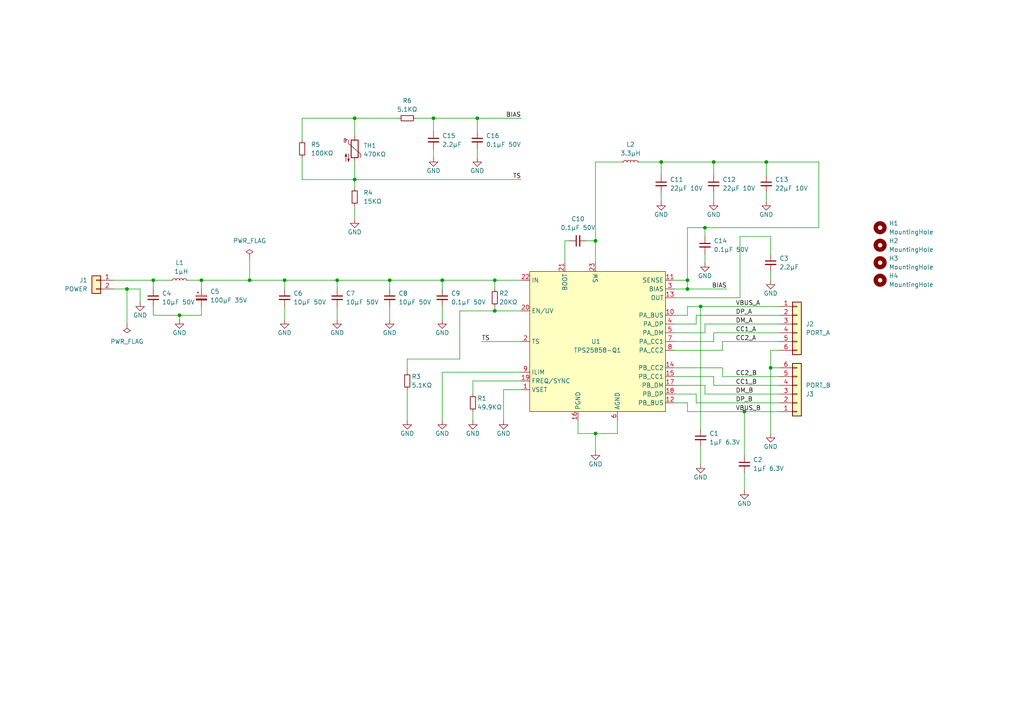
<source format=kicad_sch>
(kicad_sch (version 20230121) (generator eeschema)
  (paper "A4")
  (title_block (title "\"Simpler\" Charger") (date "2023-11-07") (rev "1") (company "Benno Rice"))
  (lib_symbols
    (symbol "Connector_Generic:Conn_01x02" (pin_names (offset 1.016) hide)
      (property "Reference" "J" (at 0 2.54 0))
      (property "Value" "Conn_01x02" (at 0 -5.08 0))
      (symbol "Conn_01x02_1_1"
        (rectangle (start -1.27 -2.413) (end 0 -2.667) (stroke (width 0.1524)))
        (rectangle (start -1.27 0.127) (end 0 -0.127) (stroke (width 0.1524)))
        (rectangle (start -1.27 1.27) (end 1.27 -3.81) (stroke (width 0.254)) (fill (type background)))
        (pin passive line (at -5.08 0 0) (length 3.81) (name "Pin_1") (number "1"))
        (pin passive line (at -5.08 -2.54 0) (length 3.81) (name "Pin_2") (number "2"))
      )
    )
    (symbol "Connector_Generic:Conn_01x06" (pin_names (offset 1.016) hide)
      (property "Reference" "J" (at 0 7.62 0))
      (property "Value" "Conn_01x06" (at 0 -10.16 0))
      (symbol "Conn_01x06_1_1"
        (rectangle (start -1.27 -7.493) (end 0 -7.747) (stroke (width 0.1524)))
        (rectangle (start -1.27 -4.953) (end 0 -5.207) (stroke (width 0.1524)))
        (rectangle (start -1.27 -2.413) (end 0 -2.667) (stroke (width 0.1524)))
        (rectangle (start -1.27 0.127) (end 0 -0.127) (stroke (width 0.1524)))
        (rectangle (start -1.27 2.667) (end 0 2.413) (stroke (width 0.1524)))
        (rectangle (start -1.27 5.207) (end 0 4.953) (stroke (width 0.1524)))
        (rectangle (start -1.27 6.35) (end 1.27 -8.89) (stroke (width 0.254)) (fill (type background)))
        (pin passive line (at -5.08 5.08 0) (length 3.81) (name "Pin_1") (number "1"))
        (pin passive line (at -5.08 2.54 0) (length 3.81) (name "Pin_2") (number "2"))
        (pin passive line (at -5.08 0 0) (length 3.81) (name "Pin_3") (number "3"))
        (pin passive line (at -5.08 -2.54 0) (length 3.81) (name "Pin_4") (number "4"))
        (pin passive line (at -5.08 -5.08 0) (length 3.81) (name "Pin_5") (number "5"))
        (pin passive line (at -5.08 -7.62 0) (length 3.81) (name "Pin_6") (number "6"))
      )
    )
    (symbol "Device:C_Polarized_Small" (pin_numbers hide) (pin_names (offset 0.254) hide)
      (property "Reference" "C" (at 0.254 1.778 0))
      (property "Value" "C_Polarized_Small" (at 0.254 -2.032 0))
      (symbol "C_Polarized_Small_0_1"
        (rectangle (start -1.524 -0.3048) (end 1.524 -0.6858) (fill (type outline)))
        (rectangle (start -1.524 0.6858) (end 1.524 0.3048))
        (polyline (pts (xy -1.27 1.524) (xy -0.762 1.524)))
        (polyline (pts (xy -1.016 1.27) (xy -1.016 1.778)))
      )
      (symbol "C_Polarized_Small_1_1"
        (pin passive line (at 0 2.54 270) (length 1.8542) (name "~") (number "1"))
        (pin passive line (at 0 -2.54 90) (length 1.8542) (name "~") (number "2"))
      )
    )
    (symbol "Device:C_Small" (pin_numbers hide) (pin_names (offset 0.254) hide)
      (property "Reference" "C" (at 0.254 1.778 0))
      (property "Value" "C_Small" (at 0.254 -2.032 0))
      (symbol "C_Small_0_1"
        (polyline (pts (xy -1.524 -0.508) (xy 1.524 -0.508)) (stroke (width 0.3302)))
        (polyline (pts (xy -1.524 0.508) (xy 1.524 0.508)) (stroke (width 0.3048)))
      )
      (symbol "C_Small_1_1"
        (pin passive line (at 0 2.54 270) (length 2.032) (name "~") (number "1"))
        (pin passive line (at 0 -2.54 90) (length 2.032) (name "~") (number "2"))
      )
    )
    (symbol "Device:L_Small" (pin_numbers hide) (pin_names (offset 0.254) hide)
      (property "Reference" "L" (at 0.762 1.016 0))
      (property "Value" "L_Small" (at 0.762 -1.016 0))
      (symbol "L_Small_0_1"
        (arc (start 0 -2.032) (mid 0.5058 -1.524) (end 0 -1.016))
        (arc (start 0 -1.016) (mid 0.5058 -0.508) (end 0 0))
        (arc (start 0 0) (mid 0.5058 0.508) (end 0 1.016))
        (arc (start 0 1.016) (mid 0.5058 1.524) (end 0 2.032))
      )
      (symbol "L_Small_1_1"
        (pin passive line (at 0 2.54 270) (length 0.508) (name "~") (number "1"))
        (pin passive line (at 0 -2.54 90) (length 0.508) (name "~") (number "2"))
      )
    )
    (symbol "Device:R_Small" (pin_numbers hide) (pin_names (offset 0.254) hide)
      (property "Reference" "R" (at 0.762 0.508 0))
      (property "Value" "R_Small" (at 0.762 -1.016 0))
      (symbol "R_Small_0_1"
        (rectangle (start -0.762 1.778) (end 0.762 -1.778) (stroke (width 0.2032)))
      )
      (symbol "R_Small_1_1"
        (pin passive line (at 0 2.54 270) (length 0.762) (name "~") (number "1"))
        (pin passive line (at 0 -2.54 90) (length 0.762) (name "~") (number "2"))
      )
    )
    (symbol "Device:Thermistor_NTC" (pin_numbers hide) (pin_names (offset 0))
      (property "Reference" "TH" (at -4.445 0 90))
      (property "Value" "Thermistor_NTC" (at 3.175 0 90))
      (symbol "Thermistor_NTC_0_1"
        (arc (start -3.048 2.159) (mid -3.0495 2.3143) (end -3.175 2.413))
        (arc (start -3.048 2.159) (mid -2.9736 1.9794) (end -2.794 1.905))
        (arc (start -3.048 2.794) (mid -2.9736 2.6144) (end -2.794 2.54))
        (arc (start -2.794 1.905) (mid -2.6144 1.9794) (end -2.54 2.159))
        (arc (start -2.794 2.54) (mid -2.4393 2.5587) (end -2.159 2.794))
        (arc (start -2.794 3.048) (mid -2.9736 2.9736) (end -3.048 2.794))
        (arc (start -2.54 2.794) (mid -2.6144 2.9736) (end -2.794 3.048))
        (rectangle (start -1.016 2.54) (end 1.016 -2.54) (stroke (width 0.254)))
        (polyline (pts (xy -2.54 2.159) (xy -2.54 2.794)))
        (polyline (pts (xy -1.778 2.54) (xy -1.778 1.524) (xy 1.778 -1.524) (xy 1.778 -2.54)))
        (polyline (pts (xy -2.54 -3.683) (xy -2.54 -1.397) (xy -2.794 -2.159) (xy -2.286 -2.159) (xy -2.54 -1.397) (xy -2.54 -1.651)) (fill (type outline)))
        (polyline (pts (xy -1.778 -1.397) (xy -1.778 -3.683) (xy -2.032 -2.921) (xy -1.524 -2.921) (xy -1.778 -3.683) (xy -1.778 -3.429)) (fill (type outline)))
      )
      (symbol "Thermistor_NTC_1_1"
        (pin passive line (at 0 3.81 270) (length 1.27) (name "~") (number "1"))
        (pin passive line (at 0 -3.81 90) (length 1.27) (name "~") (number "2"))
      )
    )
    (symbol "Mechanical:MountingHole" (pin_names (offset 1.016))
      (property "Reference" "H" (at 0 5.08 0))
      (property "Value" "MountingHole" (at 0 3.175 0))
      (symbol "MountingHole_0_1"
        (circle (center 0 0) (radius 1.27) (stroke (width 1.27)))
      )
    )
    (symbol "Project:TPS25858-Q1"
      (property "Reference" "U" (at 15.24 -15.24 0))
      (property "Value" "TPS25858-Q1" (at 16.51 -17.78 0))
      (symbol "TPS25858-Q1_0_0"
        (text "" (at 16.51 -17.78 0) (effects (font (size 1.27 1.27))))
      )
      (symbol "TPS25858-Q1_1_1"
        (rectangle (start -2.54 2.54) (end 36.83 -38.1) (fill (type background)))
        (pin passive line (at -5.08 -31.75 0) (length 2.54) (name "VSET") (number "1"))
        (pin power_out line (at 39.37 -10.16 180) (length 2.54) (name "PA_BUS") (number "10"))
        (pin input line (at 39.37 0 180) (length 2.54) (name "SENSE") (number "11"))
        (pin power_out line (at 39.37 -35.56 180) (length 2.54) (name "PB_BUS") (number "12"))
        (pin input line (at 39.37 -5.08 180) (length 2.54) (name "OUT") (number "13"))
        (pin bidirectional line (at 39.37 -25.4 180) (length 2.54) (name "PB_CC2") (number "14"))
        (pin bidirectional line (at 39.37 -27.94 180) (length 2.54) (name "PB_CC1") (number "15"))
        (pin power_in line (at 11.43 -40.64 90) (length 2.54) (name "PGND") (number "16"))
        (pin bidirectional line (at 39.37 -30.48 180) (length 2.54) (name "PB_DM") (number "17"))
        (pin bidirectional line (at 39.37 -33.02 180) (length 2.54) (name "PB_DP") (number "18"))
        (pin input line (at -5.08 -29.21 0) (length 2.54) (name "FREQ/SYNC") (number "19"))
        (pin input line (at -5.08 -17.78 0) (length 2.54) (name "TS") (number "2"))
        (pin input line (at -5.08 -8.89 0) (length 2.54) (name "EN/UV") (number "20"))
        (pin input line (at 7.62 5.08 270) (length 2.54) (name "BOOT") (number "21"))
        (pin power_in line (at -5.08 0 0) (length 2.54) (name "IN") (number "22"))
        (pin input line (at 16.51 5.08 270) (length 2.54) (name "SW") (number "23"))
        (pin power_in line (at 11.43 -40.64 90) (length 2.54) hide (name "PGND") (number "24"))
        (pin power_in line (at 11.43 -40.64 90) (length 2.54) hide (name "PGND") (number "25"))
        (pin input line (at 39.37 -2.54 180) (length 2.54) (name "BIAS") (number "3"))
        (pin bidirectional line (at 39.37 -12.7 180) (length 2.54) (name "PA_DP") (number "4"))
        (pin bidirectional line (at 39.37 -15.24 180) (length 2.54) (name "PA_DM") (number "5"))
        (pin power_in line (at 22.86 -40.64 90) (length 2.54) (name "AGND") (number "6"))
        (pin bidirectional line (at 39.37 -17.78 180) (length 2.54) (name "PA_CC1") (number "7"))
        (pin bidirectional line (at 39.37 -20.32 180) (length 2.54) (name "PA_CC2") (number "8"))
        (pin input line (at -5.08 -26.67 0) (length 2.54) (name "ILIM") (number "9"))
      )
    )
    (symbol "power:GND" (power) (pin_names (offset 0))
      (property "Value" "GND" (at 0 -3.81 0))
      (symbol "GND_0_1"
        (polyline (pts (xy 0 0) (xy 0 -1.27) (xy 1.27 -1.27) (xy 0 -2.54) (xy -1.27 -1.27) (xy 0 -1.27)))
      )
      (symbol "GND_1_1"
        (pin power_in line (at 0 0 270) (length 0) hide (name "GND") (number "1"))
      )
    )
    (symbol "power:PWR_FLAG" (power) (pin_numbers hide) (pin_names (offset 0) hide)
      (property "Value" "PWR_FLAG" (at 0 3.81 0))
      (symbol "PWR_FLAG_0_0"
        (pin power_out line (at 0 0 90) (length 0) (name "pwr") (number "1"))
      )
      (symbol "PWR_FLAG_0_1"
        (polyline (pts (xy 0 0) (xy 0 1.27) (xy -1.016 1.905) (xy 0 2.54) (xy 1.016 1.905) (xy 0 1.27)))
      )
    )
  )
  (junction (at 172.72 125.73))
  (junction (at 138.43 34.29))
  (junction (at 203.2 88.9))
  (junction (at 143.51 90.17))
  (junction (at 191.77 46.99))
  (junction (at 36.83 83.82))
  (junction (at 97.79 81.28))
  (junction (at 204.47 66.04))
  (junction (at 58.42 81.28))
  (junction (at 113.03 81.28))
  (junction (at 102.87 34.29))
  (junction (at 172.72 69.85))
  (junction (at 199.39 83.82))
  (junction (at 72.39 81.28))
  (junction (at 207.01 46.99))
  (junction (at 223.52 106.68))
  (junction (at 125.73 34.29))
  (junction (at 44.45 81.28))
  (junction (at 215.9 119.38))
  (junction (at 52.07 91.44))
  (junction (at 222.25 46.99))
  (junction (at 128.27 81.28))
  (junction (at 143.51 81.28))
  (junction (at 199.39 81.28))
  (junction (at 82.55 81.28))
  (junction (at 102.87 52.07))
  (wire (pts (xy 143.51 81.28) (xy 143.51 83.82)))
  (wire (pts (xy 215.9 119.38) (xy 215.9 132.08)))
  (wire (pts (xy 113.03 81.28) (xy 113.03 83.82)))
  (wire (pts (xy 151.13 107.95) (xy 128.27 107.95)))
  (wire (pts (xy 133.35 104.14) (xy 118.11 104.14)))
  (wire (pts (xy 207.01 109.22) (xy 207.01 111.76)))
  (wire (pts (xy 223.52 101.6) (xy 223.52 106.68)))
  (wire (pts (xy 237.49 46.99) (xy 237.49 66.04)))
  (wire (pts (xy 195.58 116.84) (xy 199.39 116.84)))
  (wire (pts (xy 102.87 52.07) (xy 151.13 52.07)))
  (wire (pts (xy 207.01 55.88) (xy 207.01 58.42)))
  (wire (pts (xy 207.01 46.99) (xy 222.25 46.99)))
  (wire (pts (xy 204.47 114.3) (xy 226.06 114.3)))
  (wire (pts (xy 209.55 106.68) (xy 209.55 109.22)))
  (wire (pts (xy 163.83 69.85) (xy 165.1 69.85)))
  (wire (pts (xy 204.47 66.04) (xy 199.39 66.04)))
  (wire (pts (xy 179.07 121.92) (xy 179.07 125.73)))
  (wire (pts (xy 223.52 68.58) (xy 223.52 73.66)))
  (wire (pts (xy 203.2 88.9) (xy 203.2 124.46)))
  (wire (pts (xy 195.58 96.52) (xy 204.47 96.52)))
  (wire (pts (xy 172.72 46.99) (xy 172.72 69.85)))
  (wire (pts (xy 102.87 34.29) (xy 115.57 34.29)))
  (wire (pts (xy 195.58 99.06) (xy 207.01 99.06)))
  (wire (pts (xy 203.2 88.9) (xy 226.06 88.9)))
  (wire (pts (xy 143.51 90.17) (xy 133.35 90.17)))
  (wire (pts (xy 195.58 111.76) (xy 204.47 111.76)))
  (wire (pts (xy 170.18 69.85) (xy 172.72 69.85)))
  (wire (pts (xy 72.39 81.28) (xy 82.55 81.28)))
  (wire (pts (xy 204.47 96.52) (xy 204.47 93.98)))
  (wire (pts (xy 58.42 91.44) (xy 52.07 91.44)))
  (wire (pts (xy 151.13 113.03) (xy 146.05 113.03)))
  (wire (pts (xy 195.58 106.68) (xy 209.55 106.68)))
  (wire (pts (xy 58.42 88.9) (xy 58.42 91.44)))
  (wire (pts (xy 195.58 114.3) (xy 201.93 114.3)))
  (wire (pts (xy 167.64 121.92) (xy 167.64 125.73)))
  (wire (pts (xy 226.06 101.6) (xy 223.52 101.6)))
  (wire (pts (xy 204.47 111.76) (xy 204.47 114.3)))
  (wire (pts (xy 44.45 91.44) (xy 52.07 91.44)))
  (wire (pts (xy 209.55 109.22) (xy 226.06 109.22)))
  (wire (pts (xy 125.73 34.29) (xy 125.73 38.1)))
  (wire (pts (xy 118.11 113.03) (xy 118.11 121.92)))
  (wire (pts (xy 201.93 93.98) (xy 201.93 91.44)))
  (wire (pts (xy 33.02 83.82) (xy 36.83 83.82)))
  (wire (pts (xy 201.93 91.44) (xy 226.06 91.44)))
  (wire (pts (xy 44.45 88.9) (xy 44.45 91.44)))
  (wire (pts (xy 137.16 119.38) (xy 137.16 121.92)))
  (wire (pts (xy 222.25 46.99) (xy 222.25 50.8)))
  (wire (pts (xy 223.52 106.68) (xy 226.06 106.68)))
  (wire (pts (xy 191.77 46.99) (xy 207.01 46.99)))
  (wire (pts (xy 209.55 99.06) (xy 226.06 99.06)))
  (wire (pts (xy 44.45 81.28) (xy 44.45 83.82)))
  (wire (pts (xy 203.2 129.54) (xy 203.2 134.62)))
  (wire (pts (xy 215.9 137.16) (xy 215.9 142.24)))
  (wire (pts (xy 58.42 81.28) (xy 54.61 81.28)))
  (wire (pts (xy 195.58 109.22) (xy 207.01 109.22)))
  (wire (pts (xy 87.63 52.07) (xy 102.87 52.07)))
  (wire (pts (xy 215.9 119.38) (xy 226.06 119.38)))
  (wire (pts (xy 97.79 81.28) (xy 113.03 81.28)))
  (wire (pts (xy 143.51 88.9) (xy 143.51 90.17)))
  (wire (pts (xy 128.27 81.28) (xy 143.51 81.28)))
  (wire (pts (xy 199.39 116.84) (xy 199.39 119.38)))
  (wire (pts (xy 87.63 40.64) (xy 87.63 34.29)))
  (wire (pts (xy 102.87 46.99) (xy 102.87 52.07)))
  (wire (pts (xy 201.93 114.3) (xy 201.93 116.84)))
  (wire (pts (xy 125.73 34.29) (xy 138.43 34.29)))
  (wire (pts (xy 195.58 101.6) (xy 209.55 101.6)))
  (wire (pts (xy 138.43 34.29) (xy 151.13 34.29)))
  (wire (pts (xy 36.83 83.82) (xy 40.64 83.82)))
  (wire (pts (xy 195.58 86.36) (xy 214.63 86.36)))
  (wire (pts (xy 82.55 81.28) (xy 97.79 81.28)))
  (wire (pts (xy 204.47 73.66) (xy 204.47 76.2)))
  (wire (pts (xy 44.45 81.28) (xy 49.53 81.28)))
  (wire (pts (xy 207.01 46.99) (xy 207.01 50.8)))
  (wire (pts (xy 113.03 88.9) (xy 113.03 92.71)))
  (wire (pts (xy 195.58 83.82) (xy 199.39 83.82)))
  (wire (pts (xy 40.64 83.82) (xy 40.64 87.63)))
  (wire (pts (xy 58.42 81.28) (xy 72.39 81.28)))
  (wire (pts (xy 120.65 34.29) (xy 125.73 34.29)))
  (wire (pts (xy 36.83 83.82) (xy 36.83 93.98)))
  (wire (pts (xy 222.25 55.88) (xy 222.25 58.42)))
  (wire (pts (xy 102.87 59.69) (xy 102.87 63.5)))
  (wire (pts (xy 138.43 34.29) (xy 138.43 38.1)))
  (wire (pts (xy 199.39 83.82) (xy 210.82 83.82)))
  (wire (pts (xy 214.63 86.36) (xy 214.63 68.58)))
  (wire (pts (xy 128.27 88.9) (xy 128.27 92.71)))
  (wire (pts (xy 214.63 68.58) (xy 223.52 68.58)))
  (wire (pts (xy 102.87 34.29) (xy 102.87 39.37)))
  (wire (pts (xy 237.49 66.04) (xy 204.47 66.04)))
  (wire (pts (xy 118.11 104.14) (xy 118.11 107.95)))
  (wire (pts (xy 199.39 91.44) (xy 199.39 88.9)))
  (wire (pts (xy 199.39 81.28) (xy 195.58 81.28)))
  (wire (pts (xy 204.47 93.98) (xy 226.06 93.98)))
  (wire (pts (xy 207.01 96.52) (xy 226.06 96.52)))
  (wire (pts (xy 223.52 78.74) (xy 223.52 81.28)))
  (wire (pts (xy 195.58 91.44) (xy 199.39 91.44)))
  (wire (pts (xy 146.05 113.03) (xy 146.05 121.92)))
  (wire (pts (xy 223.52 106.68) (xy 223.52 125.73)))
  (wire (pts (xy 209.55 101.6) (xy 209.55 99.06)))
  (wire (pts (xy 191.77 55.88) (xy 191.77 58.42)))
  (wire (pts (xy 179.07 125.73) (xy 172.72 125.73)))
  (wire (pts (xy 199.39 88.9) (xy 203.2 88.9)))
  (wire (pts (xy 137.16 110.49) (xy 137.16 114.3)))
  (wire (pts (xy 180.34 46.99) (xy 172.72 46.99)))
  (wire (pts (xy 72.39 74.93) (xy 72.39 81.28)))
  (wire (pts (xy 113.03 81.28) (xy 128.27 81.28)))
  (wire (pts (xy 201.93 116.84) (xy 226.06 116.84)))
  (wire (pts (xy 191.77 46.99) (xy 191.77 50.8)))
  (wire (pts (xy 33.02 81.28) (xy 44.45 81.28)))
  (wire (pts (xy 52.07 91.44) (xy 52.07 92.71)))
  (wire (pts (xy 87.63 34.29) (xy 102.87 34.29)))
  (wire (pts (xy 222.25 46.99) (xy 237.49 46.99)))
  (wire (pts (xy 163.83 76.2) (xy 163.83 69.85)))
  (wire (pts (xy 151.13 110.49) (xy 137.16 110.49)))
  (wire (pts (xy 207.01 99.06) (xy 207.01 96.52)))
  (wire (pts (xy 82.55 81.28) (xy 82.55 83.82)))
  (wire (pts (xy 138.43 43.18) (xy 138.43 45.72)))
  (wire (pts (xy 207.01 111.76) (xy 226.06 111.76)))
  (wire (pts (xy 185.42 46.99) (xy 191.77 46.99)))
  (wire (pts (xy 172.72 69.85) (xy 172.72 76.2)))
  (wire (pts (xy 151.13 90.17) (xy 143.51 90.17)))
  (wire (pts (xy 82.55 88.9) (xy 82.55 92.71)))
  (wire (pts (xy 172.72 125.73) (xy 172.72 130.81)))
  (wire (pts (xy 139.7 99.06) (xy 151.13 99.06)))
  (wire (pts (xy 195.58 93.98) (xy 201.93 93.98)))
  (wire (pts (xy 204.47 66.04) (xy 204.47 68.58)))
  (wire (pts (xy 143.51 81.28) (xy 151.13 81.28)))
  (wire (pts (xy 128.27 81.28) (xy 128.27 83.82)))
  (wire (pts (xy 102.87 52.07) (xy 102.87 54.61)))
  (wire (pts (xy 97.79 88.9) (xy 97.79 92.71)))
  (wire (pts (xy 133.35 90.17) (xy 133.35 104.14)))
  (wire (pts (xy 199.39 81.28) (xy 199.39 83.82)))
  (wire (pts (xy 199.39 119.38) (xy 215.9 119.38)))
  (wire (pts (xy 128.27 107.95) (xy 128.27 121.92)))
  (wire (pts (xy 97.79 81.28) (xy 97.79 83.82)))
  (wire (pts (xy 58.42 83.82) (xy 58.42 81.28)))
  (wire (pts (xy 199.39 66.04) (xy 199.39 81.28)))
  (wire (pts (xy 167.64 125.73) (xy 172.72 125.73)))
  (wire (pts (xy 87.63 45.72) (xy 87.63 52.07)))
  (wire (pts (xy 125.73 43.18) (xy 125.73 45.72)))
  (label "CC2_B" (at 213.36 109.22 0))
  (label "TS" (at 151.13 52.07 180))
  (label "BIAS" (at 151.13 34.29 180))
  (label "CC1_A" (at 213.36 96.52 0))
  (label "TS" (at 139.7 99.06 0))
  (label "VBUS_B" (at 213.36 119.38 0))
  (label "DM_B" (at 213.36 114.3 0))
  (label "VBUS_A" (at 213.36 88.9 0))
  (label "DM_A" (at 213.36 93.98 0))
  (label "CC2_A" (at 213.36 99.06 0))
  (label "DP_B" (at 213.36 116.84 0))
  (label "BIAS" (at 210.82 83.82 180))
  (label "DP_A" (at 213.36 91.44 0))
  (label "CC1_B" (at 213.36 111.76 0))
  (symbol (lib_id "Device:C_Small") (at 167.64 69.85 90) (unit 1)
    (property "Reference" "C10" (at 167.6463 63.5 90))
    (property "Value" "0.1µF 50V" (at 167.6463 66.04 90))
    (property "Footprint" "Capacitor_SMD:C_0603_1608Metric" (effects hide))
    (property "Description" "CAP CER 0.1UF 50V X7R 0603" (effects hide))
    (property "Manufacturer" "Samsung Electro-Mechanics" (effects hide))
    (property "Manufacturer Part No" "CL10B104KB8NFNC" (effects hide))
    (property "Package" "0603" (effects hide))
    (property "Type" "SMD" (effects hide))
  )
  (symbol (lib_id "Device:C_Small") (at 82.55 86.36 0) (unit 1)
    (property "Reference" "C6" (at 85.09 85.0963 0) (effects (justify left)))
    (property "Value" "10µF 50V" (at 85.09 87.6363 0) (effects (justify left)))
    (property "Footprint" "Capacitor_SMD:C_1206_3216Metric" (effects hide))
    (property "Description" "CAP CER 10UF 50V X5R 1206" (effects hide))
    (property "Manufacturer" "Murata Electronics" (effects hide))
    (property "Manufacturer Part No" "GRT31CR61H106KE01L" (effects hide))
    (property "Package" "1206" (effects hide))
    (property "Type" "SMD" (effects hide))
  )
  (symbol (lib_id "power:GND") (at 138.43 45.72 0) (unit 1)
    (property "Reference" "#PWR022" (effects hide))
    (property "Value" "GND" (at 138.43 49.53 0))
  )
  (symbol (lib_id "Device:R_Small") (at 87.63 43.18 0) (unit 1)
    (property "Reference" "R5" (at 90.17 41.91 0) (effects (justify left)))
    (property "Value" "100KΩ" (at 90.17 44.45 0) (effects (justify left)))
    (property "Footprint" "Resistor_SMD:R_0603_1608Metric" (effects hide))
    (property "Description" "RES SMD 100K OHM 1% 1/10W 0603" (effects hide))
    (property "Manufacturer" "Vishay Dale" (effects hide))
    (property "Manufacturer Part No" "CRCW0603100KFKEA" (effects hide))
    (property "Package" "0603" (effects hide))
    (property "Type" "SMD" (effects hide))
  )
  (symbol (lib_id "power:GND") (at 113.03 92.71 0) (unit 1)
    (property "Reference" "#PWR013" (effects hide))
    (property "Value" "GND" (at 113.03 96.52 0))
  )
  (symbol (lib_id "power:GND") (at 40.64 87.63 0) (unit 1)
    (property "Reference" "#PWR09" (effects hide))
    (property "Value" "GND" (at 40.64 91.44 0))
  )
  (symbol (lib_id "Device:C_Small") (at 125.73 40.64 0) (unit 1)
    (property "Reference" "C15" (at 128.27 39.3763 0) (effects (justify left)))
    (property "Value" "2.2µF" (at 128.27 41.9163 0) (effects (justify left)))
    (property "Footprint" "Capacitor_SMD:C_0603_1608Metric" (effects hide))
    (property "Description" "CAP CER 2.2UF 16V X5R 0603" (effects hide))
    (property "Manufacturer" "Kyocera AVX" (effects hide))
    (property "Manufacturer Part No" "KGM15AR51C225MT" (effects hide))
    (property "Package" "0603" (effects hide))
    (property "Type" "SMD" (effects hide))
  )
  (symbol (lib_id "power:GND") (at 203.2 134.62 0) (unit 1)
    (property "Reference" "#PWR06" (effects hide))
    (property "Value" "GND" (at 203.2 138.43 0))
  )
  (symbol (lib_id "Project:TPS25858-Q1") (at 156.21 81.28 0) (unit 1)
    (property "Reference" "U1" (at 171.45 99.06 0) (effects (justify left)))
    (property "Value" "TPS25858-Q1" (at 166.37 101.6 0) (effects (justify left)))
    (property "Footprint" "Project:TPS25858-Q1" (effects hide))
    (property "Description" "Dual 3A USB Type-C Charging Ports Controller with Programmable Current Limit and Thermal Management, RPQ0025A (VQFN-25)" (effects hide))
    (property "Manufacturer" "Texas Instruments" (effects hide))
    (property "Manufacturer Part No" "TPS25858QRPQRQ1" (effects hide))
    (property "Package" "QFN" (effects hide))
    (property "Type" "SMD" (effects hide))
  )
  (symbol (lib_id "Mechanical:MountingHole") (at 255.27 81.28 0) (unit 1) (in_bom no)
    (property "Reference" "H4" (at 257.81 80.01 0) (effects (justify left)))
    (property "Value" "MountingHole" (at 257.81 82.55 0) (effects (justify left)))
    (property "Footprint" "MountingHole:MountingHole_3.2mm_M3_Pad_TopBottom" (effects hide))
    (property "Package" "N/A" (effects hide))
    (property "Type" "N/A" (effects hide))
  )
  (symbol (lib_id "Connector_Generic:Conn_01x06") (at 231.14 114.3 0) (mirror x) (unit 1) (in_bom no)
    (property "Reference" "J3" (at 233.68 114.3 0) (effects (justify left)))
    (property "Value" "PORT_B" (at 233.68 111.76 0) (effects (justify left)))
    (property "Footprint" "TerminalBlock_Phoenix:TerminalBlock_Phoenix_PTSM-0,5-6-2.5-V-THR_1x06_P2.50mm_Vertical" (effects hide))
    (property "Description" "TERM BLK 6P TOP ENTRY 2.5MM PCB" (effects hide))
    (property "Manufacturer" "Phoenix Contact" (effects hide))
    (property "Manufacturer Part No" "1770995" (effects hide))
    (property "Type" "DNP" (effects hide))
  )
  (symbol (lib_id "Device:R_Small") (at 118.11 34.29 90) (unit 1)
    (property "Reference" "R6" (at 118.11 29.21 90))
    (property "Value" "5.1KΩ" (at 118.11 31.75 90))
    (property "Footprint" "Resistor_SMD:R_0603_1608Metric" (effects hide))
    (property "Description" "RES 5.1K OHM 5% 1/10W 0603" (effects hide))
    (property "Manufacturer" "Vishay Dale" (effects hide))
    (property "Manufacturer Part No" "CRCW06035K10JNEAC" (effects hide))
    (property "Package" "0603" (effects hide))
    (property "Type" "SMD" (effects hide))
  )
  (symbol (lib_id "Device:C_Small") (at 223.52 76.2 0) (unit 1)
    (property "Reference" "C3" (at 226.06 74.9363 0) (effects (justify left)))
    (property "Value" "2.2µF" (at 226.06 77.4763 0) (effects (justify left)))
    (property "Footprint" "Capacitor_SMD:C_0603_1608Metric" (effects hide))
    (property "Description" "CAP CER 2.2UF 16V X5R 0603" (effects hide))
    (property "Manufacturer" "Kyocera AVX" (effects hide))
    (property "Manufacturer Part No" "KGM15AR51C225MT" (effects hide))
    (property "Package" "0603" (effects hide))
    (property "Type" "SMD" (effects hide))
  )
  (symbol (lib_id "power:GND") (at 128.27 92.71 0) (unit 1)
    (property "Reference" "#PWR014" (effects hide))
    (property "Value" "GND" (at 128.27 96.52 0))
  )
  (symbol (lib_id "power:GND") (at 223.52 125.73 0) (unit 1)
    (property "Reference" "#PWR05" (effects hide))
    (property "Value" "GND" (at 223.52 129.54 0))
  )
  (symbol (lib_id "Device:L_Small") (at 52.07 81.28 90) (unit 1)
    (property "Reference" "L1" (at 53.34 76.2 90) (effects (justify left)))
    (property "Value" "1µH" (at 54.61 78.74 90) (effects (justify left)))
    (property "Footprint" "Project:BMRx00060630" (effects hide))
    (property "Description" "FIXED IND 1UH 12A 10 MOHM SMD" (effects hide))
    (property "Manufacturer" "Pulse Electronics" (effects hide))
    (property "Manufacturer Part No" "BMRA000606301R0MA1" (effects hide))
    (property "Type" "SMD" (effects hide))
  )
  (symbol (lib_id "power:GND") (at 172.72 130.81 0) (unit 1)
    (property "Reference" "#PWR01" (effects hide))
    (property "Value" "GND" (at 172.72 134.62 0))
  )
  (symbol (lib_id "Device:C_Small") (at 44.45 86.36 0) (unit 1)
    (property "Reference" "C4" (at 46.99 85.0963 0) (effects (justify left)))
    (property "Value" "10µF 50V" (at 46.99 87.6363 0) (effects (justify left)))
    (property "Footprint" "Capacitor_SMD:C_1210_3225Metric" (effects hide))
    (property "Description" "CAP CER 10UF 50V X7R 1210" (effects hide))
    (property "Manufacturer" "Murata Electronics" (effects hide))
    (property "Manufacturer Part No" "GRM32ER71H106MA12L" (effects hide))
    (property "Package" "1206" (effects hide))
    (property "Type" "SMD" (effects hide))
  )
  (symbol (lib_id "Device:L_Small") (at 182.88 46.99 90) (unit 1)
    (property "Reference" "L2" (at 182.88 41.91 90))
    (property "Value" "3.3µH" (at 182.88 44.45 90))
    (property "Footprint" "Inductor_SMD:L_Vishay_IHLP-5050" (effects hide))
    (property "Description" "FIXED IND 3.3UH 20.2A 5.44 MOHM" (effects hide))
    (property "Manufacturer" "Vishay Dale" (effects hide))
    (property "Manufacturer Part No" "IHLP5050FDER3R3M51" (effects hide))
    (property "Type" "SMD" (effects hide))
  )
  (symbol (lib_id "Device:C_Small") (at 207.01 53.34 0) (unit 1)
    (property "Reference" "C12" (at 209.55 52.0763 0) (effects (justify left)))
    (property "Value" "22µF 10V" (at 209.55 54.6163 0) (effects (justify left)))
    (property "Footprint" "Capacitor_SMD:C_0805_2012Metric" (effects hide))
    (property "Description" "CAP CER 22UF 10V X7R 0805" (effects hide))
    (property "Manufacturer" "Murata Electronics" (effects hide))
    (property "Manufacturer Part No" "GRM21BZ71A226ME15L" (effects hide))
    (property "Package" "0805" (effects hide))
    (property "Type" "SMD" (effects hide))
  )
  (symbol (lib_id "power:GND") (at 125.73 45.72 0) (unit 1)
    (property "Reference" "#PWR021" (effects hide))
    (property "Value" "GND" (at 125.73 49.53 0))
  )
  (symbol (lib_id "Device:C_Small") (at 128.27 86.36 0) (unit 1)
    (property "Reference" "C9" (at 130.81 85.0963 0) (effects (justify left)))
    (property "Value" "0.1µF 50V" (at 130.81 87.6363 0) (effects (justify left)))
    (property "Footprint" "Capacitor_SMD:C_1206_3216Metric" (effects hide))
    (property "Description" "CAP CER 0.1UF 50V X7R 1206" (effects hide))
    (property "Manufacturer" "Samsung Electro-Mechanics" (effects hide))
    (property "Manufacturer Part No" "CL31B104KBCNFNC" (effects hide))
    (property "Package" "1206" (effects hide))
    (property "Type" "SMD" (effects hide))
  )
  (symbol (lib_id "Device:C_Small") (at 97.79 86.36 0) (unit 1)
    (property "Reference" "C7" (at 100.33 85.0963 0) (effects (justify left)))
    (property "Value" "10µF 50V" (at 100.33 87.6363 0) (effects (justify left)))
    (property "Footprint" "Capacitor_SMD:C_1206_3216Metric" (effects hide))
    (property "Description" "CAP CER 10UF 50V X5R 1206" (effects hide))
    (property "Manufacturer" "Murata Electronics" (effects hide))
    (property "Manufacturer Part No" "GRT31CR61H106KE01L" (effects hide))
    (property "Package" "1206" (effects hide))
    (property "Type" "SMD" (effects hide))
  )
  (symbol (lib_id "Device:C_Small") (at 215.9 134.62 0) (unit 1)
    (property "Reference" "C2" (at 218.44 133.3563 0) (effects (justify left)))
    (property "Value" "1µF 6.3V" (at 218.44 135.8963 0) (effects (justify left)))
    (property "Footprint" "Capacitor_SMD:C_0603_1608Metric" (effects hide))
    (property "Description" "CAP CER 1UF 6.3V X7R 0603" (effects hide))
    (property "Manufacturer" "Samsung Electro-Mechanics" (effects hide))
    (property "Manufacturer Part No" "CL10B105KQ8NFNC" (effects hide))
    (property "Package" "0603" (effects hide))
    (property "Type" "SMD" (effects hide))
  )
  (symbol (lib_id "Device:C_Small") (at 222.25 53.34 0) (unit 1)
    (property "Reference" "C13" (at 224.79 52.0763 0) (effects (justify left)))
    (property "Value" "22µF 10V" (at 224.79 54.6163 0) (effects (justify left)))
    (property "Footprint" "Capacitor_SMD:C_0805_2012Metric" (effects hide))
    (property "Description" "CAP CER 22UF 10V X7R 0805" (effects hide))
    (property "Manufacturer" "Murata Electronics" (effects hide))
    (property "Manufacturer Part No" "GRM21BZ71A226ME15L" (effects hide))
    (property "Package" "0805" (effects hide))
    (property "Type" "SMD" (effects hide))
  )
  (symbol (lib_id "Device:C_Polarized_Small") (at 58.42 86.36 0) (unit 1) (in_bom no)
    (property "Reference" "C5" (at 60.96 84.5439 0) (effects (justify left)))
    (property "Value" "100µF 35V" (at 60.96 87.0839 0) (effects (justify left)))
    (property "Footprint" "Capacitor_THT:CP_Radial_D6.3mm_P2.50mm" (effects hide))
    (property "Description" "CAP ALUM 100UF 20% 35V RADIAL" (effects hide))
    (property "Manufacturer" "Rubycon" (effects hide))
    (property "Manufacturer Part No" "35ZLJ100M6.3X11" (effects hide))
    (property "Type" "DNP" (effects hide))
  )
  (symbol (lib_id "Device:C_Small") (at 204.47 71.12 0) (unit 1)
    (property "Reference" "C14" (at 207.01 69.8563 0) (effects (justify left)))
    (property "Value" "0.1µF 50V" (at 207.01 72.3963 0) (effects (justify left)))
    (property "Footprint" "Capacitor_SMD:C_0603_1608Metric" (effects hide))
    (property "Description" "CAP CER 0.1UF 50V X7R 0603" (effects hide))
    (property "Manufacturer" "Samsung Electro-Mechanics" (effects hide))
    (property "Manufacturer Part No" "CL10B104KB8NFNC" (effects hide))
    (property "Package" "0603" (effects hide))
    (property "Type" "SMD" (effects hide))
  )
  (symbol (lib_id "power:GND") (at 137.16 121.92 0) (unit 1)
    (property "Reference" "#PWR03" (effects hide))
    (property "Value" "GND" (at 137.16 125.73 0))
  )
  (symbol (lib_id "power:PWR_FLAG") (at 72.39 74.93 0) (unit 1)
    (property "Reference" "#FLG01" (effects hide))
    (property "Value" "PWR_FLAG" (at 72.39 69.85 0))
  )
  (symbol (lib_id "power:GND") (at 191.77 58.42 0) (unit 1)
    (property "Reference" "#PWR017" (effects hide))
    (property "Value" "GND" (at 191.77 62.23 0))
  )
  (symbol (lib_id "Mechanical:MountingHole") (at 255.27 76.2 0) (unit 1) (in_bom no)
    (property "Reference" "H3" (at 257.81 74.93 0) (effects (justify left)))
    (property "Value" "MountingHole" (at 257.81 77.47 0) (effects (justify left)))
    (property "Footprint" "MountingHole:MountingHole_3.2mm_M3_Pad_TopBottom" (effects hide))
    (property "Package" "N/A" (effects hide))
    (property "Type" "N/A" (effects hide))
  )
  (symbol (lib_id "Device:R_Small") (at 137.16 116.84 0) (unit 1)
    (property "Reference" "R1" (at 138.43 115.57 0) (effects (justify left)))
    (property "Value" "49.9KΩ" (at 138.43 118.11 0) (effects (justify left)))
    (property "Footprint" "Resistor_SMD:R_0603_1608Metric" (effects hide))
    (property "Description" "RES SMD 49.9K OHM 1% 1/10W 0603" (effects hide))
    (property "Manufacturer" "Panasonic Electronic Components" (effects hide))
    (property "Manufacturer Part No" "ERJ-3EKF4992V" (effects hide))
    (property "Package" "0603" (effects hide))
    (property "Type" "SMD" (effects hide))
  )
  (symbol (lib_id "Device:R_Small") (at 118.11 110.49 0) (unit 1)
    (property "Reference" "R3" (at 119.38 109.22 0) (effects (justify left)))
    (property "Value" "5.1KΩ" (at 119.38 111.76 0) (effects (justify left)))
    (property "Footprint" "Resistor_SMD:R_0603_1608Metric" (effects hide))
    (property "Description" "RES 5.1K OHM 5% 1/10W 0603" (effects hide))
    (property "Manufacturer" "Vishay Dale" (effects hide))
    (property "Manufacturer Part No" "CRCW06035K10JNEAC" (effects hide))
    (property "Package" "0603" (effects hide))
    (property "Type" "SMD" (effects hide))
  )
  (symbol (lib_id "Mechanical:MountingHole") (at 255.27 71.12 0) (unit 1) (in_bom no)
    (property "Reference" "H2" (at 257.81 69.85 0) (effects (justify left)))
    (property "Value" "MountingHole" (at 257.81 72.39 0) (effects (justify left)))
    (property "Footprint" "MountingHole:MountingHole_3.2mm_M3_Pad_TopBottom" (effects hide))
    (property "Package" "N/A" (effects hide))
    (property "Type" "N/A" (effects hide))
  )
  (symbol (lib_id "Mechanical:MountingHole") (at 255.27 66.04 0) (unit 1) (in_bom no)
    (property "Reference" "H1" (at 257.81 64.77 0) (effects (justify left)))
    (property "Value" "MountingHole" (at 257.81 67.31 0) (effects (justify left)))
    (property "Footprint" "MountingHole:MountingHole_3.2mm_M3_Pad_TopBottom" (effects hide))
    (property "Package" "N/A" (effects hide))
    (property "Type" "N/A" (effects hide))
  )
  (symbol (lib_id "Connector_Generic:Conn_01x06") (at 231.14 93.98 0) (unit 1) (in_bom no)
    (property "Reference" "J2" (at 233.68 93.98 0) (effects (justify left)))
    (property "Value" "PORT_A" (at 233.68 96.52 0) (effects (justify left)))
    (property "Footprint" "TerminalBlock_Phoenix:TerminalBlock_Phoenix_PTSM-0,5-6-2.5-V-THR_1x06_P2.50mm_Vertical" (effects hide))
    (property "Description" "TERM BLK 6P TOP ENTRY 2.5MM PCB" (effects hide))
    (property "Manufacturer" "Phoenix Contact" (effects hide))
    (property "Manufacturer Part No" "1770995" (effects hide))
    (property "Type" "DNP" (effects hide))
  )
  (symbol (lib_id "power:PWR_FLAG") (at 36.83 93.98 180) (unit 1)
    (property "Reference" "#FLG02" (effects hide))
    (property "Value" "PWR_FLAG" (at 36.83 99.06 0))
  )
  (symbol (lib_id "power:GND") (at 52.07 92.71 0) (unit 1)
    (property "Reference" "#PWR010" (effects hide))
    (property "Value" "GND" (at 52.07 96.52 0))
  )
  (symbol (lib_id "power:GND") (at 128.27 121.92 0) (unit 1)
    (property "Reference" "#PWR04" (effects hide))
    (property "Value" "GND" (at 128.27 125.73 0))
  )
  (symbol (lib_id "power:GND") (at 97.79 92.71 0) (unit 1)
    (property "Reference" "#PWR012" (effects hide))
    (property "Value" "GND" (at 97.79 96.52 0))
  )
  (symbol (lib_id "Device:C_Small") (at 203.2 127 0) (unit 1)
    (property "Reference" "C1" (at 205.74 125.7363 0) (effects (justify left)))
    (property "Value" "1µF 6.3V" (at 205.74 128.2763 0) (effects (justify left)))
    (property "Footprint" "Capacitor_SMD:C_0603_1608Metric" (effects hide))
    (property "Description" "CAP CER 1UF 6.3V X7R 0603" (effects hide))
    (property "Manufacturer" "Samsung Electro-Mechanics" (effects hide))
    (property "Manufacturer Part No" "CL10B105KQ8NFNC" (effects hide))
    (property "Package" "0603" (effects hide))
    (property "Type" "SMD" (effects hide))
  )
  (symbol (lib_id "power:GND") (at 215.9 142.24 0) (unit 1)
    (property "Reference" "#PWR07" (effects hide))
    (property "Value" "GND" (at 215.9 146.05 0))
  )
  (symbol (lib_id "power:GND") (at 207.01 58.42 0) (unit 1)
    (property "Reference" "#PWR018" (effects hide))
    (property "Value" "GND" (at 207.01 62.23 0))
  )
  (symbol (lib_id "Device:R_Small") (at 102.87 57.15 0) (unit 1)
    (property "Reference" "R4" (at 105.41 55.88 0) (effects (justify left)))
    (property "Value" "15KΩ" (at 105.41 58.42 0) (effects (justify left)))
    (property "Footprint" "Resistor_SMD:R_0603_1608Metric" (effects hide))
    (property "Description" "RES SMD 15K OHM 0.5% 1/10W 0603" (effects hide))
    (property "Manufacturer" "YAGEO" (effects hide))
    (property "Manufacturer Part No" "RT0603DRE0715KL" (effects hide))
    (property "Package" "0603" (effects hide))
    (property "Type" "SMD" (effects hide))
  )
  (symbol (lib_id "Connector_Generic:Conn_01x02") (at 27.94 81.28 0) (mirror y) (unit 1) (in_bom no)
    (property "Reference" "J1" (at 25.4 81.28 0) (effects (justify left)))
    (property "Value" "POWER" (at 25.4 83.82 0) (effects (justify left)))
    (property "Footprint" "TerminalBlock_Phoenix:TerminalBlock_Phoenix_PTSM-0,5-2-2.5-V-THR_1x02_P2.50mm_Vertical" (effects hide))
    (property "Description" "TERM BLK 2P TOP ENTRY 2.5MM PCB" (effects hide))
    (property "Manufacturer" "Phoenix Contact" (effects hide))
    (property "Manufacturer Part No" "1770953" (effects hide))
    (property "Type" "DNP" (effects hide))
  )
  (symbol (lib_id "Device:R_Small") (at 143.51 86.36 0) (unit 1)
    (property "Reference" "R2" (at 144.78 85.09 0) (effects (justify left)))
    (property "Value" "20KΩ" (at 144.78 87.63 0) (effects (justify left)))
    (property "Footprint" "Resistor_SMD:R_0603_1608Metric" (effects hide))
    (property "Description" "RES SMD 20K OHM 5% 1/10W 0603" (effects hide))
    (property "Manufacturer" "Vishay Dale" (effects hide))
    (property "Manufacturer Part No" "CRCW060320K0JNEA" (effects hide))
    (property "Package" "0603" (effects hide))
    (property "Type" "SMD" (effects hide))
  )
  (symbol (lib_id "power:GND") (at 222.25 58.42 0) (unit 1)
    (property "Reference" "#PWR019" (effects hide))
    (property "Value" "GND" (at 222.25 62.23 0))
  )
  (symbol (lib_id "power:GND") (at 82.55 92.71 0) (unit 1)
    (property "Reference" "#PWR011" (effects hide))
    (property "Value" "GND" (at 82.55 96.52 0))
  )
  (symbol (lib_id "power:GND") (at 223.52 81.28 0) (unit 1)
    (property "Reference" "#PWR08" (effects hide))
    (property "Value" "GND" (at 223.52 85.09 0))
  )
  (symbol (lib_id "power:GND") (at 204.47 76.2 0) (unit 1)
    (property "Reference" "#PWR016" (effects hide))
    (property "Value" "GND" (at 204.47 80.01 0))
  )
  (symbol (lib_id "Device:C_Small") (at 138.43 40.64 0) (unit 1)
    (property "Reference" "C16" (at 140.97 39.3763 0) (effects (justify left)))
    (property "Value" "0.1µF 50V" (at 140.97 41.9163 0) (effects (justify left)))
    (property "Footprint" "Capacitor_SMD:C_0603_1608Metric" (effects hide))
    (property "Description" "CAP CER 0.1UF 50V X7R 0603" (effects hide))
    (property "Manufacturer" "Samsung Electro-Mechanics" (effects hide))
    (property "Manufacturer Part No" "CL10B104KB8NFNC" (effects hide))
    (property "Package" "0603" (effects hide))
    (property "Type" "SMD" (effects hide))
  )
  (symbol (lib_id "Device:C_Small") (at 191.77 53.34 0) (unit 1)
    (property "Reference" "C11" (at 194.31 52.0763 0) (effects (justify left)))
    (property "Value" "22µF 10V" (at 194.31 54.6163 0) (effects (justify left)))
    (property "Footprint" "Capacitor_SMD:C_0805_2012Metric" (effects hide))
    (property "Description" "CAP CER 22UF 10V X7R 0805" (effects hide))
    (property "Manufacturer" "Murata Electronics" (effects hide))
    (property "Manufacturer Part No" "GRM21BZ71A226ME15L" (effects hide))
    (property "Package" "0805" (effects hide))
    (property "Type" "SMD" (effects hide))
  )
  (symbol (lib_id "power:GND") (at 146.05 121.92 0) (unit 1)
    (property "Reference" "#PWR02" (effects hide))
    (property "Value" "GND" (at 146.05 125.73 0))
  )
  (symbol (lib_id "power:GND") (at 102.87 63.5 0) (unit 1)
    (property "Reference" "#PWR020" (effects hide))
    (property "Value" "GND" (at 102.87 67.31 0))
  )
  (symbol (lib_id "Device:C_Small") (at 113.03 86.36 0) (unit 1)
    (property "Reference" "C8" (at 115.57 85.0963 0) (effects (justify left)))
    (property "Value" "10µF 50V" (at 115.57 87.6363 0) (effects (justify left)))
    (property "Footprint" "Capacitor_SMD:C_1206_3216Metric" (effects hide))
    (property "Description" "CAP CER 10UF 50V X5R 1206" (effects hide))
    (property "Manufacturer" "Murata Electronics" (effects hide))
    (property "Manufacturer Part No" "GRT31CR61H106KE01L" (effects hide))
    (property "Package" "1206" (effects hide))
    (property "Type" "SMD" (effects hide))
  )
  (symbol (lib_id "power:GND") (at 118.11 121.92 0) (unit 1)
    (property "Reference" "#PWR015" (effects hide))
    (property "Value" "GND" (at 118.11 125.73 0))
  )
  (symbol (lib_id "Device:Thermistor_NTC") (at 102.87 43.18 0) (unit 1)
    (property "Reference" "TH1" (at 105.41 42.2275 0) (effects (justify left)))
    (property "Value" "470KΩ" (at 105.41 44.7675 0) (effects (justify left)))
    (property "Footprint" "Resistor_SMD:R_0603_1608Metric" (effects hide))
    (property "Description" "THERM NTC 470KOHM 4500K 0603" (effects hide))
    (property "Manufacturer" "Murata Electronics" (effects hide))
    (property "Manufacturer Part No" "NCP18WM474E03RB" (effects hide))
    (property "Package" "0603" (effects hide))
    (property "Type" "SMD" (effects hide))
  )
)
</source>
